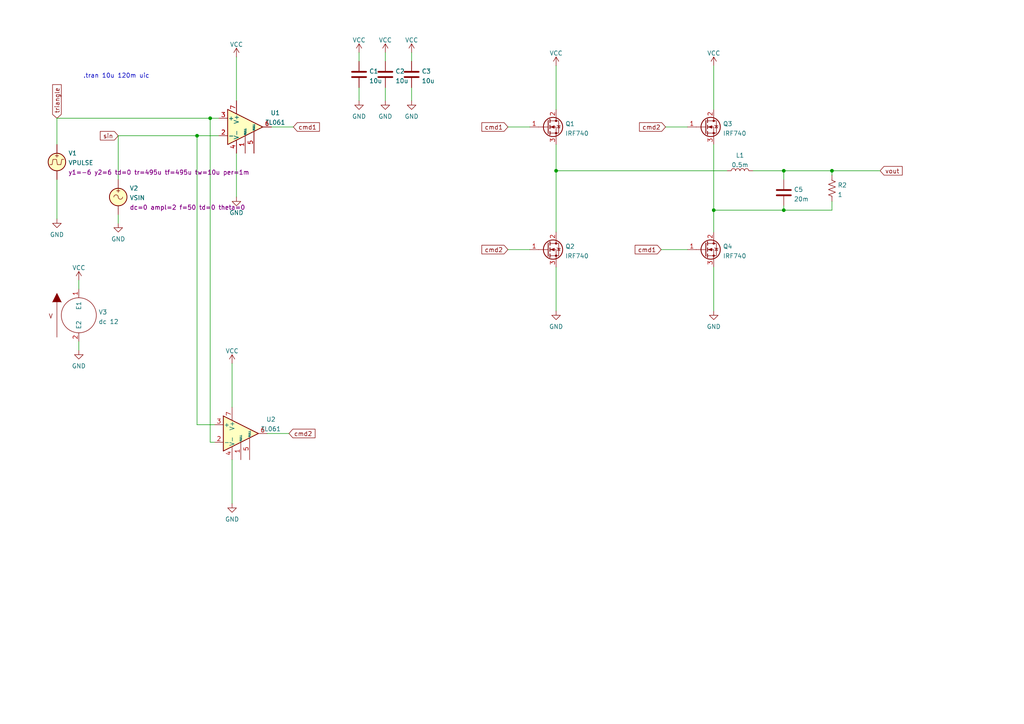
<source format=kicad_sch>
(kicad_sch (version 20211123) (generator eeschema)
  (paper "A4")
  (lib_symbols
    (symbol "Amplifier_Operational:TL061" (pin_names (offset 0.127))
      (property "Reference" "U" (at 0 6.35 0))
      (property "Value" "TL061" (at 0 3.81 0))
      (symbol "TL061_0_1"
        (polyline (pts (xy -5.08 5.08) (xy 5.08 0) (xy -5.08 -5.08) (xy -5.08 5.08)) (stroke (width 0.254)) (fill (type background)))
      )
      (symbol "TL061_1_1"
        (pin input line (at 0 -7.62 90) (length 5.08) (name "NULL") (number "1"))
        (pin input line (at -7.62 -2.54 0) (length 2.54) (name "-") (number "2"))
        (pin input line (at -7.62 2.54 0) (length 2.54) (name "+") (number "3"))
        (pin power_in line (at -2.54 -7.62 90) (length 3.81) (name "V-") (number "4"))
        (pin input line (at 2.54 -7.62 90) (length 6.35) (name "NULL") (number "5"))
        (pin output line (at 7.62 0 180) (length 2.54) (name "~") (number "6"))
        (pin power_in line (at -2.54 7.62 270) (length 3.81) (name "V+") (number "7"))
        (pin no_connect line (at 0 2.54 270) (length 2.54) hide (name "NC") (number "8"))
      )
    )
    (symbol "Device:C" (pin_numbers hide) (pin_names (offset 0.254))
      (property "Reference" "C" (at 0.635 2.54 0))
      (property "Value" "C" (at 0.635 -2.54 0))
      (symbol "C_0_1"
        (polyline (pts (xy -2.032 -0.762) (xy 2.032 -0.762)) (stroke (width 0.508)))
        (polyline (pts (xy -2.032 0.762) (xy 2.032 0.762)) (stroke (width 0.508)))
      )
      (symbol "C_1_1"
        (pin passive line (at 0 3.81 270) (length 2.794) (name "~") (number "1"))
        (pin passive line (at 0 -3.81 90) (length 2.794) (name "~") (number "2"))
      )
    )
    (symbol "Device:L" (pin_numbers hide) (pin_names (offset 1.016) hide)
      (property "Reference" "L" (at -1.27 0 90))
      (property "Value" "L" (at 1.905 0 90))
      (symbol "L_0_1"
        (arc (start 0 -2.54) (mid 0.635 -1.905) (end 0 -1.27))
        (arc (start 0 -1.27) (mid 0.635 -0.635) (end 0 0))
        (arc (start 0 0) (mid 0.635 0.635) (end 0 1.27))
        (arc (start 0 1.27) (mid 0.635 1.905) (end 0 2.54))
      )
      (symbol "L_1_1"
        (pin passive line (at 0 3.81 270) (length 1.27) (name "1") (number "1"))
        (pin passive line (at 0 -3.81 90) (length 1.27) (name "2") (number "2"))
      )
    )
    (symbol "Device:R_US" (pin_numbers hide) (pin_names (offset 0))
      (property "Reference" "R" (at 2.54 0 90))
      (property "Value" "R_US" (at -2.54 0 90))
      (symbol "R_US_0_1"
        (polyline (pts (xy 0 -2.286) (xy 0 -2.54)))
        (polyline (pts (xy 0 2.286) (xy 0 2.54)))
        (polyline (pts (xy 0 -0.762) (xy 1.016 -1.143) (xy 0 -1.524) (xy -1.016 -1.905) (xy 0 -2.286)))
        (polyline (pts (xy 0 0.762) (xy 1.016 0.381) (xy 0 0) (xy -1.016 -0.381) (xy 0 -0.762)))
        (polyline (pts (xy 0 2.286) (xy 1.016 1.905) (xy 0 1.524) (xy -1.016 1.143) (xy 0 0.762)))
      )
      (symbol "R_US_1_1"
        (pin passive line (at 0 3.81 270) (length 1.27) (name "~") (number "1"))
        (pin passive line (at 0 -3.81 90) (length 1.27) (name "~") (number "2"))
      )
    )
    (symbol "Simulation_SPICE:VPULSE" (pin_numbers hide) (pin_names (offset 0.0254))
      (property "Reference" "V" (at 2.54 2.54 0))
      (property "Value" "VPULSE" (at 2.54 0 0))
      (property "Spice_Model" "pulse(0 1 2n 2n 2n 50n 100n)" (at 2.54 -2.54 0))
      (symbol "VPULSE_0_0"
        (polyline (pts (xy -2.032 -0.762) (xy -1.397 -0.762) (xy -1.143 0.762) (xy -0.127 0.762) (xy 0.127 -0.762) (xy 1.143 -0.762) (xy 1.397 0.762) (xy 2.032 0.762)))
        (text "+" (at 0 1.905 0) (effects (font (size 1.27 1.27))))
      )
      (symbol "VPULSE_0_1"
        (circle (center 0 0) (radius 2.54) (stroke (width 0.254)) (fill (type background)))
      )
      (symbol "VPULSE_1_1"
        (pin passive line (at 0 5.08 270) (length 2.54) (name "~") (number "1"))
        (pin passive line (at 0 -5.08 90) (length 2.54) (name "~") (number "2"))
      )
    )
    (symbol "Simulation_SPICE:VSIN" (pin_numbers hide) (pin_names (offset 0.0254))
      (property "Reference" "V" (at 2.54 2.54 0))
      (property "Value" "VSIN" (at 2.54 0 0))
      (property "Spice_Model" "sin(0 1 1k)" (at 2.54 -2.54 0))
      (symbol "VSIN_0_0"
        (arc (start 0 0) (mid -0.635 0.635) (end -1.27 0))
        (arc (start 0 0) (mid 0.635 -0.635) (end 1.27 0))
        (text "+" (at 0 1.905 0) (effects (font (size 1.27 1.27))))
      )
      (symbol "VSIN_0_1"
        (circle (center 0 0) (radius 2.54) (stroke (width 0.254)) (fill (type background)))
      )
      (symbol "VSIN_1_1"
        (pin passive line (at 0 5.08 270) (length 2.54) (name "~") (number "1"))
        (pin passive line (at 0 -5.08 90) (length 2.54) (name "~") (number "2"))
      )
    )
    (symbol "Transistor_FET:IRF740" (pin_names hide)
      (property "Reference" "Q" (at 6.35 1.905 0))
      (property "Value" "IRF740" (at 6.35 0 0))
      (symbol "IRF740_0_1"
        (polyline (pts (xy 0.254 0) (xy -2.54 0)))
        (polyline (pts (xy 0.254 1.905) (xy 0.254 -1.905)) (stroke (width 0.254)))
        (polyline (pts (xy 0.762 -1.27) (xy 0.762 -2.286)) (stroke (width 0.254)))
        (polyline (pts (xy 0.762 0.508) (xy 0.762 -0.508)) (stroke (width 0.254)))
        (polyline (pts (xy 0.762 2.286) (xy 0.762 1.27)) (stroke (width 0.254)))
        (polyline (pts (xy 2.54 2.54) (xy 2.54 1.778)))
        (polyline (pts (xy 2.54 -2.54) (xy 2.54 0) (xy 0.762 0)))
        (polyline (pts (xy 0.762 -1.778) (xy 3.302 -1.778) (xy 3.302 1.778) (xy 0.762 1.778)))
        (polyline (pts (xy 1.016 0) (xy 2.032 0.381) (xy 2.032 -0.381) (xy 1.016 0)) (fill (type outline)))
        (polyline (pts (xy 2.794 0.508) (xy 2.921 0.381) (xy 3.683 0.381) (xy 3.81 0.254)))
        (polyline (pts (xy 3.302 0.381) (xy 2.921 -0.254) (xy 3.683 -0.254) (xy 3.302 0.381)))
        (circle (center 1.651 0) (radius 2.794) (stroke (width 0.254)))
        (circle (center 2.54 -1.778) (radius 0.254) (fill (type outline)))
        (circle (center 2.54 1.778) (radius 0.254) (fill (type outline)))
      )
      (symbol "IRF740_1_1"
        (pin input line (at -5.08 0 0) (length 2.54) (name "G") (number "1"))
        (pin passive line (at 2.54 5.08 270) (length 2.54) (name "D") (number "2"))
        (pin passive line (at 2.54 -5.08 90) (length 2.54) (name "S") (number "3"))
      )
    )
    (symbol "power:GND" (power) (pin_names (offset 0))
      (property "Value" "GND" (at 0 -3.81 0))
      (symbol "GND_0_1"
        (polyline (pts (xy 0 0) (xy 0 -1.27) (xy 1.27 -1.27) (xy 0 -2.54) (xy -1.27 -1.27) (xy 0 -1.27)))
      )
      (symbol "GND_1_1"
        (pin power_in line (at 0 0 270) (length 0) hide (name "GND") (number "1"))
      )
    )
    (symbol "power:VCC" (power) (pin_names (offset 0))
      (property "Value" "VCC" (at 0 3.81 0))
      (symbol "VCC_0_1"
        (polyline (pts (xy -0.762 1.27) (xy 0 2.54)))
        (polyline (pts (xy 0 0) (xy 0 2.54)))
        (polyline (pts (xy 0 2.54) (xy 0.762 1.27)))
      )
      (symbol "VCC_1_1"
        (pin power_in line (at 0 0 90) (length 0) hide (name "VCC") (number "1"))
      )
    )
    (symbol "pspice:VSOURCE" (pin_names (offset 1.016))
      (property "Reference" "V" (at -6.35 7.62 0))
      (property "Value" "VSOURCE" (at 0 0 0))
      (symbol "VSOURCE_0_1"
        (polyline (pts (xy -6.35 -6.35) (xy -6.35 3.81)) (fill (type outline)))
        (polyline (pts (xy -7.62 3.81) (xy -6.35 6.35) (xy -5.08 3.81)) (fill (type outline)))
        (circle (center 0 0) (radius 5.08))
        (text "V" (at -8.128 -0.254 0) (effects (font (size 1.27 1.27))))
      )
      (symbol "VSOURCE_1_1"
        (pin input line (at 0 7.62 270) (length 2.54) (name "E1") (number "1"))
        (pin input line (at 0 -7.62 90) (length 2.54) (name "E2") (number "2"))
      )
    )
  )
  (junction (at 60.96 34.29))
  (junction (at 241.3 49.53))
  (junction (at 207.01 60.96))
  (junction (at 161.29 49.53))
  (junction (at 227.33 49.53))
  (junction (at 57.15 39.37))
  (junction (at 227.33 60.96))
  (wire (pts (xy 77.47 125.73) (xy 83.82 125.73)))
  (wire (pts (xy 227.33 49.53) (xy 227.33 52.07)))
  (wire (pts (xy 119.38 25.4) (xy 119.38 29.21)))
  (wire (pts (xy 207.01 41.91) (xy 207.01 60.96)))
  (wire (pts (xy 104.14 25.4) (xy 104.14 29.21)))
  (wire (pts (xy 34.29 62.23) (xy 34.29 64.77)))
  (wire (pts (xy 227.33 49.53) (xy 241.3 49.53)))
  (wire (pts (xy 22.86 99.06) (xy 22.86 101.6)))
  (wire (pts (xy 34.29 39.37) (xy 57.15 39.37)))
  (wire (pts (xy 161.29 41.91) (xy 161.29 49.53)))
  (wire (pts (xy 67.31 118.11) (xy 67.31 105.41)))
  (wire (pts (xy 218.44 49.53) (xy 227.33 49.53)))
  (wire (pts (xy 191.77 72.39) (xy 199.39 72.39)))
  (wire (pts (xy 57.15 39.37) (xy 63.5 39.37)))
  (wire (pts (xy 104.14 15.24) (xy 104.14 17.78)))
  (wire (pts (xy 241.3 58.42) (xy 241.3 60.96)))
  (wire (pts (xy 161.29 77.47) (xy 161.29 90.17)))
  (wire (pts (xy 227.33 60.96) (xy 241.3 60.96)))
  (wire (pts (xy 207.01 19.05) (xy 207.01 31.75)))
  (wire (pts (xy 161.29 19.05) (xy 161.29 31.75)))
  (wire (pts (xy 67.31 133.35) (xy 67.31 146.05)))
  (wire (pts (xy 68.58 29.21) (xy 68.58 16.51)))
  (wire (pts (xy 60.96 128.27) (xy 62.23 128.27)))
  (wire (pts (xy 199.39 36.83) (xy 193.04 36.83)))
  (wire (pts (xy 153.67 72.39) (xy 147.32 72.39)))
  (wire (pts (xy 241.3 49.53) (xy 241.3 50.8)))
  (wire (pts (xy 161.29 49.53) (xy 161.29 67.31)))
  (wire (pts (xy 60.96 34.29) (xy 63.5 34.29)))
  (wire (pts (xy 16.51 52.07) (xy 16.51 63.5)))
  (wire (pts (xy 207.01 77.47) (xy 207.01 90.17)))
  (wire (pts (xy 147.32 36.83) (xy 153.67 36.83)))
  (wire (pts (xy 241.3 49.53) (xy 255.27 49.53)))
  (wire (pts (xy 16.51 34.29) (xy 16.51 41.91)))
  (wire (pts (xy 111.76 15.24) (xy 111.76 17.78)))
  (wire (pts (xy 22.86 83.82) (xy 22.86 81.28)))
  (wire (pts (xy 78.74 36.83) (xy 85.09 36.83)))
  (wire (pts (xy 68.58 44.45) (xy 68.58 57.15)))
  (wire (pts (xy 111.76 25.4) (xy 111.76 29.21)))
  (wire (pts (xy 60.96 34.29) (xy 60.96 128.27)))
  (wire (pts (xy 34.29 52.07) (xy 34.29 39.37)))
  (wire (pts (xy 16.51 34.29) (xy 60.96 34.29)))
  (wire (pts (xy 227.33 59.69) (xy 227.33 60.96)))
  (wire (pts (xy 119.38 15.24) (xy 119.38 17.78)))
  (wire (pts (xy 207.01 60.96) (xy 207.01 67.31)))
  (wire (pts (xy 207.01 60.96) (xy 227.33 60.96)))
  (wire (pts (xy 57.15 39.37) (xy 57.15 123.19)))
  (wire (pts (xy 161.29 49.53) (xy 210.82 49.53)))
  (wire (pts (xy 57.15 123.19) (xy 62.23 123.19)))
  (text ".tran 10u 120m uic" (at 24.13 22.86 0) (effects (font (size 1.27 1.27)) (justify left bottom)))
  (global_label "cmd2" (shape input) (at 83.82 125.73 0) (property "Intersheet References" "${INTERSHEET_REFS}" (effects hide)))
  (global_label "triangle" (shape input) (at 16.51 34.29 90) (property "Intersheet References" "${INTERSHEET_REFS}" (effects hide)))
  (global_label "sin" (shape input) (at 34.29 39.37 180) (property "Intersheet References" "${INTERSHEET_REFS}" (effects hide)))
  (global_label "cmd2" (shape input) (at 193.04 36.83 180) (property "Intersheet References" "${INTERSHEET_REFS}" (effects hide)))
  (global_label "vout" (shape input) (at 255.27 49.53 0) (property "Intersheet References" "${INTERSHEET_REFS}" (effects hide)))
  (global_label "cmd1" (shape input) (at 191.77 72.39 180) (property "Intersheet References" "${INTERSHEET_REFS}" (effects hide)))
  (global_label "cmd1" (shape input) (at 85.09 36.83 0) (property "Intersheet References" "${INTERSHEET_REFS}" (effects hide)))
  (global_label "cmd2" (shape input) (at 147.32 72.39 180) (property "Intersheet References" "${INTERSHEET_REFS}" (effects hide)))
  (global_label "cmd1" (shape input) (at 147.32 36.83 180) (property "Intersheet References" "${INTERSHEET_REFS}" (effects hide)))
  (symbol (lib_id "Device:C") (at 111.76 21.59 0) (unit 1)
    (property "Reference" "C2" (at 114.681 20.6815 0) (effects (justify left)))
    (property "Value" "10u" (at 114.681 23.4566 0) (effects (justify left)))
  )
  (symbol (lib_id "power:VCC") (at 119.38 15.24 0) (unit 1)
    (property "Reference" "#PWR017" (effects hide))
    (property "Value" "VCC" (at 119.38 11.6355 0))
  )
  (symbol (lib_id "Transistor_FET:IRF740") (at 204.47 72.39 0) (unit 1)
    (property "Reference" "Q4" (at 209.677 71.4815 0) (effects (justify left)))
    (property "Value" "IRF740" (at 209.677 74.2566 0) (effects (justify left)))
    (property "Footprint" "Package_TO_SOT_THT:TO-220-3_Vertical" (effects hide))
    (property "Datasheet" "http://www.vishay.com/docs/91054/91054.pdf" (effects hide))
    (property "Spice_Primitive" "X" (effects hide))
    (property "Spice_Model" "irf7401_IR" (effects hide))
    (property "Spice_Netlist_Enabled" "Y" (effects hide))
    (property "Spice_Node_Sequence" "2 1 3" (effects hide))
    (property "Spice_Lib_File" "irf7401_IR.lib" (effects hide))
  )
  (symbol (lib_id "power:VCC") (at 22.86 81.28 0) (unit 1)
    (property "Reference" "#PWR03" (effects hide))
    (property "Value" "VCC" (at 22.86 77.6755 0))
  )
  (symbol (lib_id "power:VCC") (at 207.01 19.05 0) (unit 1)
    (property "Reference" "#PWR09" (effects hide))
    (property "Value" "VCC" (at 207.01 15.4455 0))
  )
  (symbol (lib_id "power:VCC") (at 104.14 15.24 0) (unit 1)
    (property "Reference" "#PWR011" (effects hide))
    (property "Value" "VCC" (at 104.14 11.6355 0))
  )
  (symbol (lib_id "power:GND") (at 119.38 29.21 0) (unit 1)
    (property "Reference" "#PWR018" (effects hide))
    (property "Value" "GND" (at 119.38 33.7725 0))
  )
  (symbol (lib_id "power:VCC") (at 68.58 16.51 0) (unit 1)
    (property "Reference" "#PWR05" (effects hide))
    (property "Value" "VCC" (at 68.58 12.9055 0))
  )
  (symbol (lib_id "power:GND") (at 207.01 90.17 0) (unit 1)
    (property "Reference" "#PWR010" (effects hide))
    (property "Value" "GND" (at 207.01 94.7325 0))
  )
  (symbol (lib_id "Device:L") (at 214.63 49.53 90) (unit 1)
    (property "Reference" "L1" (at 214.63 45.0555 90))
    (property "Value" "0.5m" (at 214.63 47.8306 90))
  )
  (symbol (lib_id "Device:C") (at 227.33 55.88 0) (unit 1)
    (property "Reference" "C5" (at 230.251 54.9715 0) (effects (justify left)))
    (property "Value" "20m" (at 230.251 57.7466 0) (effects (justify left)))
  )
  (symbol (lib_id "power:GND") (at 16.51 63.5 0) (unit 1)
    (property "Reference" "#PWR01" (effects hide))
    (property "Value" "GND" (at 16.51 68.0625 0))
  )
  (symbol (lib_id "Device:R_US") (at 241.3 54.61 0) (unit 1)
    (property "Reference" "R2" (at 242.951 53.7015 0) (effects (justify left)))
    (property "Value" "1" (at 242.951 56.4766 0) (effects (justify left)))
  )
  (symbol (lib_id "Transistor_FET:IRF740") (at 204.47 36.83 0) (unit 1)
    (property "Reference" "Q3" (at 209.677 35.9215 0) (effects (justify left)))
    (property "Value" "IRF740" (at 209.677 38.6966 0) (effects (justify left)))
    (property "Footprint" "Package_TO_SOT_THT:TO-220-3_Vertical" (effects hide))
    (property "Datasheet" "http://www.vishay.com/docs/91054/91054.pdf" (effects hide))
    (property "Spice_Primitive" "X" (effects hide))
    (property "Spice_Model" "irf7401_IR" (effects hide))
    (property "Spice_Netlist_Enabled" "Y" (effects hide))
    (property "Spice_Node_Sequence" "2 1 3" (effects hide))
    (property "Spice_Lib_File" "irf7401_IR.lib" (effects hide))
  )
  (symbol (lib_id "power:GND") (at 67.31 146.05 0) (unit 1)
    (property "Reference" "#PWR014" (effects hide))
    (property "Value" "GND" (at 67.31 150.6125 0))
  )
  (symbol (lib_id "Device:C") (at 104.14 21.59 0) (unit 1)
    (property "Reference" "C1" (at 107.061 20.6815 0) (effects (justify left)))
    (property "Value" "10u" (at 107.061 23.4566 0) (effects (justify left)))
  )
  (symbol (lib_id "Amplifier_Operational:TL061") (at 69.85 125.73 0) (unit 1)
    (property "Reference" "U2" (at 78.5835 121.6365 0))
    (property "Value" "TL061" (at 78.5835 124.4116 0))
    (property "Datasheet" "http://www.ti.com/lit/ds/symlink/tl061.pdf" (effects hide))
    (property "Spice_Primitive" "X" (effects hide))
    (property "Spice_Model" "LM324" (effects hide))
    (property "Spice_Netlist_Enabled" "Y" (effects hide))
    (property "Spice_Lib_File" "lm324.model" (effects hide))
    (property "Spice_Node_Sequence" "3 2 7 4 6" (effects hide))
  )
  (symbol (lib_id "power:GND") (at 161.29 90.17 0) (unit 1)
    (property "Reference" "#PWR06" (effects hide))
    (property "Value" "GND" (at 161.29 94.7325 0))
  )
  (symbol (lib_id "Transistor_FET:IRF740") (at 158.75 36.83 0) (unit 1)
    (property "Reference" "Q1" (at 163.957 35.9215 0) (effects (justify left)))
    (property "Value" "IRF740" (at 163.957 38.6966 0) (effects (justify left)))
    (property "Footprint" "Package_TO_SOT_THT:TO-220-3_Vertical" (effects hide))
    (property "Datasheet" "http://www.vishay.com/docs/91054/91054.pdf" (effects hide))
    (property "Spice_Primitive" "X" (effects hide))
    (property "Spice_Model" "irf7401_IR" (effects hide))
    (property "Spice_Netlist_Enabled" "Y" (effects hide))
    (property "Spice_Node_Sequence" "2 1 3" (effects hide))
    (property "Spice_Lib_File" "irf7401_IR.lib" (effects hide))
  )
  (symbol (lib_id "Amplifier_Operational:TL061") (at 71.12 36.83 0) (unit 1)
    (property "Reference" "U1" (at 79.8535 32.7365 0))
    (property "Value" "TL061" (at 79.8535 35.5116 0))
    (property "Datasheet" "http://www.ti.com/lit/ds/symlink/tl061.pdf" (effects hide))
    (property "Spice_Primitive" "X" (effects hide))
    (property "Spice_Model" "LM324" (effects hide))
    (property "Spice_Netlist_Enabled" "Y" (effects hide))
    (property "Spice_Lib_File" "lm324.model" (effects hide))
    (property "Spice_Node_Sequence" "3 2 7 4 6" (effects hide))
  )
  (symbol (lib_id "power:GND") (at 111.76 29.21 0) (unit 1)
    (property "Reference" "#PWR016" (effects hide))
    (property "Value" "GND" (at 111.76 33.7725 0))
  )
  (symbol (lib_id "power:GND") (at 104.14 29.21 0) (unit 1)
    (property "Reference" "#PWR012" (effects hide))
    (property "Value" "GND" (at 104.14 33.7725 0))
  )
  (symbol (lib_id "Transistor_FET:IRF740") (at 158.75 72.39 0) (unit 1)
    (property "Reference" "Q2" (at 163.957 71.4815 0) (effects (justify left)))
    (property "Value" "IRF740" (at 163.957 74.2566 0) (effects (justify left)))
    (property "Footprint" "Package_TO_SOT_THT:TO-220-3_Vertical" (effects hide))
    (property "Datasheet" "http://www.vishay.com/docs/91054/91054.pdf" (effects hide))
    (property "Spice_Primitive" "X" (effects hide))
    (property "Spice_Model" "irf7401_IR" (effects hide))
    (property "Spice_Netlist_Enabled" "Y" (effects hide))
    (property "Spice_Node_Sequence" "2 1 3" (effects hide))
    (property "Spice_Lib_File" "irf7401_IR.lib" (effects hide))
  )
  (symbol (lib_id "Simulation_SPICE:VPULSE") (at 16.51 46.99 0) (unit 1)
    (property "Reference" "V1" (at 19.812 44.4446 0) (effects (justify left)))
    (property "Value" "VPULSE" (at 19.812 47.2197 0) (effects (justify left)))
    (property "Spice_Netlist_Enabled" "Y" (effects hide))
    (property "Spice_Primitive" "V" (effects hide))
    (property "Spice_Model" "pulse(-6 6 0 495u 495u 10u 1m)" (at 19.812 49.9948 0) (effects (justify left)))
  )
  (symbol (lib_id "Device:C") (at 119.38 21.59 0) (unit 1)
    (property "Reference" "C3" (at 122.301 20.6815 0) (effects (justify left)))
    (property "Value" "10u" (at 122.301 23.4566 0) (effects (justify left)))
  )
  (symbol (lib_id "power:GND") (at 68.58 57.15 0) (unit 1)
    (property "Reference" "#PWR07" (effects hide))
    (property "Value" "GND" (at 68.58 61.7125 0))
  )
  (symbol (lib_id "power:VCC") (at 67.31 105.41 0) (unit 1)
    (property "Reference" "#PWR013" (effects hide))
    (property "Value" "VCC" (at 67.31 101.8055 0))
  )
  (symbol (lib_id "power:VCC") (at 111.76 15.24 0) (unit 1)
    (property "Reference" "#PWR015" (effects hide))
    (property "Value" "VCC" (at 111.76 11.6355 0))
  )
  (symbol (lib_id "pspice:VSOURCE") (at 22.86 91.44 0) (unit 1)
    (property "Reference" "V3" (at 28.575 90.5315 0) (effects (justify left)))
    (property "Value" "dc 12" (at 28.575 93.3066 0) (effects (justify left)))
  )
  (symbol (lib_id "power:GND") (at 22.86 101.6 0) (unit 1)
    (property "Reference" "#PWR04" (effects hide))
    (property "Value" "GND" (at 22.86 106.1625 0))
  )
  (symbol (lib_id "Simulation_SPICE:VSIN") (at 34.29 57.15 0) (unit 1)
    (property "Reference" "V2" (at 37.592 54.6046 0) (effects (justify left)))
    (property "Value" "VSIN" (at 37.592 57.3797 0) (effects (justify left)))
    (property "Spice_Netlist_Enabled" "Y" (effects hide))
    (property "Spice_Primitive" "V" (effects hide))
    (property "Spice_Model" "sin(0 2 50 0 0)" (at 37.592 60.1548 0) (effects (justify left)))
  )
  (symbol (lib_id "power:VCC") (at 161.29 19.05 0) (unit 1)
    (property "Reference" "#PWR08" (effects hide))
    (property "Value" "VCC" (at 161.29 15.4455 0))
  )
  (symbol (lib_id "power:GND") (at 34.29 64.77 0) (unit 1)
    (property "Reference" "#PWR02" (effects hide))
    (property "Value" "GND" (at 34.29 69.3325 0))
  )
)
</source>
